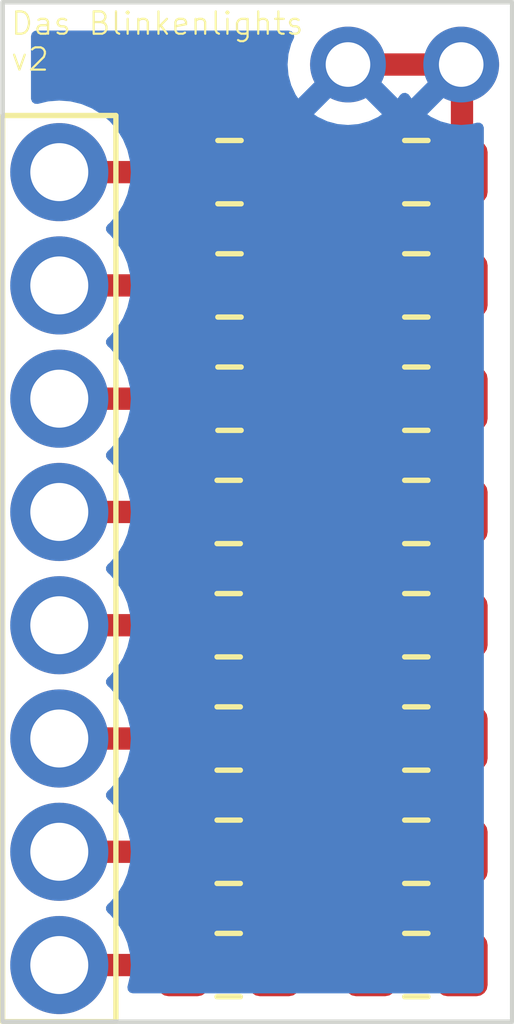
<source format=kicad_pcb>
(kicad_pcb (version 20221018) (generator pcbnew)
  (layers (0 "F.Cu" signal) (31 "B.Cu" signal) (34 "B.Paste" user) (35 "F.Paste" user) (36 "B.SilkS" user "B.Silkscreen") (37 "F.SilkS" user "F.Silkscreen") (38 "B.Mask" user) (39 "F.Mask" user) (44 "Edge.Cuts" user))
  (net 0 "")
  (net 1 "Net-(D1-K)")
  (net 2 "/P1")
  (net 3 "Net-(D2-K)")
  (net 4 "/P2")
  (net 5 "Net-(D3-K)")
  (net 6 "/P3")
  (net 7 "Net-(D4-K)")
  (net 8 "/P4")
  (net 9 "Net-(D5-K)")
  (net 10 "/P5")
  (net 11 "Net-(D6-K)")
  (net 12 "/P6")
  (net 13 "Net-(D7-K)")
  (net 14 "/P7")
  (net 15 "Net-(D8-K)")
  (net 16 "/P8")
  (net 17 "GND")
  (footprint "0_amslib2_kc5:0805_handsolder_noref" (layer "F.Cu") (at 133.359 101.6 180)
    (fp_text reference "D2" hide)
    (fp_text value "LED" hide)
    (fp_line (start -0.261252 -0.71) (end 0.261252 -0.71) (stroke (width 0.12)) (layer "F.SilkS"))
    (fp_line (start -0.261252 0.71) (end 0.261252 0.71) (stroke (width 0.12)) (layer "F.SilkS"))
    (pad "1" smd roundrect (at -1.025 0 180) (size 1.15 1.4) (layers "F.Cu" "F.Paste" "F.Mask") (roundrect_rratio 0.2173913043) (net 3 "Net-(D2-K)"))
    (pad "2" smd roundrect (at 1.025 0 180) (size 1.15 1.4) (layers "F.Cu" "F.Paste" "F.Mask") (roundrect_rratio 0.2173913043) (net 4 "/P2"))
  )
  (footprint "0_amslib2_kc5:0805_handsolder_noref" (layer "F.Cu") (at 137.55 111.76)
    (fp_text reference "R6" hide)
    (fp_text value "1k" hide)
    (fp_line (start -0.261252 -0.71) (end 0.261252 -0.71) (stroke (width 0.12)) (layer "F.SilkS"))
    (fp_line (start -0.261252 0.71) (end 0.261252 0.71) (stroke (width 0.12)) (layer "F.SilkS"))
    (pad "1" smd roundrect (at -1.025 0) (size 1.15 1.4) (layers "F.Cu" "F.Paste" "F.Mask") (roundrect_rratio 0.2173913043) (net 11 "Net-(D6-K)"))
    (pad "2" smd roundrect (at 1.025 0) (size 1.15 1.4) (layers "F.Cu" "F.Paste" "F.Mask") (roundrect_rratio 0.2173913043) (net 17 "GND"))
  )
  (footprint "0_amslib2_kc5:0805_handsolder_noref" (layer "F.Cu") (at 137.55 101.6)
    (fp_text reference "R2" hide)
    (fp_text value "1k" hide)
    (fp_line (start -0.261252 -0.71) (end 0.261252 -0.71) (stroke (width 0.12)) (layer "F.SilkS"))
    (fp_line (start -0.261252 0.71) (end 0.261252 0.71) (stroke (width 0.12)) (layer "F.SilkS"))
    (pad "1" smd roundrect (at -1.025 0) (size 1.15 1.4) (layers "F.Cu" "F.Paste" "F.Mask") (roundrect_rratio 0.2173913043) (net 3 "Net-(D2-K)"))
    (pad "2" smd roundrect (at 1.025 0) (size 1.15 1.4) (layers "F.Cu" "F.Paste" "F.Mask") (roundrect_rratio 0.2173913043) (net 17 "GND"))
  )
  (footprint "0_amslib2_kc5:0805_handsolder_noref" (layer "F.Cu") (at 133.341 114.3 180)
    (fp_text reference "D7" hide)
    (fp_text value "LED" hide)
    (fp_line (start -0.261252 -0.71) (end 0.261252 -0.71) (stroke (width 0.12)) (layer "F.SilkS"))
    (fp_line (start -0.261252 0.71) (end 0.261252 0.71) (stroke (width 0.12)) (layer "F.SilkS"))
    (pad "1" smd roundrect (at -1.025 0 180) (size 1.15 1.4) (layers "F.Cu" "F.Paste" "F.Mask") (roundrect_rratio 0.2173913043) (net 13 "Net-(D7-K)"))
    (pad "2" smd roundrect (at 1.025 0 180) (size 1.15 1.4) (layers "F.Cu" "F.Paste" "F.Mask") (roundrect_rratio 0.2173913043) (net 14 "/P7"))
  )
  (footprint "0_amslib2_kc5:0805_handsolder_noref" (layer "F.Cu") (at 133.359 99.06 180)
    (fp_text reference "D1" hide)
    (fp_text value "LED" hide)
    (fp_line (start -0.261252 -0.71) (end 0.261252 -0.71) (stroke (width 0.12)) (layer "F.SilkS"))
    (fp_line (start -0.261252 0.71) (end 0.261252 0.71) (stroke (width 0.12)) (layer "F.SilkS"))
    (pad "1" smd roundrect (at -1.025 0 180) (size 1.15 1.4) (layers "F.Cu" "F.Paste" "F.Mask") (roundrect_rratio 0.2173913043) (net 1 "Net-(D1-K)"))
    (pad "2" smd roundrect (at 1.025 0 180) (size 1.15 1.4) (layers "F.Cu" "F.Paste" "F.Mask") (roundrect_rratio 0.2173913043) (net 2 "/P1"))
  )
  (footprint "0_amslib2_kc5:0805_handsolder_noref" (layer "F.Cu") (at 137.55 116.84)
    (fp_text reference "R8" hide)
    (fp_text value "1k" hide)
    (fp_line (start -0.261252 -0.71) (end 0.261252 -0.71) (stroke (width 0.12)) (layer "F.SilkS"))
    (fp_line (start -0.261252 0.71) (end 0.261252 0.71) (stroke (width 0.12)) (layer "F.SilkS"))
    (pad "1" smd roundrect (at -1.025 0) (size 1.15 1.4) (layers "F.Cu" "F.Paste" "F.Mask") (roundrect_rratio 0.2173913043) (net 15 "Net-(D8-K)"))
    (pad "2" smd roundrect (at 1.025 0) (size 1.15 1.4) (layers "F.Cu" "F.Paste" "F.Mask") (roundrect_rratio 0.2173913043) (net 17 "GND"))
  )
  (footprint "0_amslib2_kc5:0805_handsolder_noref" (layer "F.Cu") (at 133.341 106.68 180)
    (fp_text reference "D4" hide)
    (fp_text value "LED" hide)
    (fp_line (start -0.261252 -0.71) (end 0.261252 -0.71) (stroke (width 0.12)) (layer "F.SilkS"))
    (fp_line (start -0.261252 0.71) (end 0.261252 0.71) (stroke (width 0.12)) (layer "F.SilkS"))
    (pad "1" smd roundrect (at -1.025 0 180) (size 1.15 1.4) (layers "F.Cu" "F.Paste" "F.Mask") (roundrect_rratio 0.2173913043) (net 7 "Net-(D4-K)"))
    (pad "2" smd roundrect (at 1.025 0 180) (size 1.15 1.4) (layers "F.Cu" "F.Paste" "F.Mask") (roundrect_rratio 0.2173913043) (net 8 "/P4"))
  )
  (footprint "0_amslib2_kc5:1x8_0.1in_Header" (layer "F.Cu") (at 129.54 109.22 -90)
    (fp_text reference "J1" hide)
    (fp_text value "1x8Header" hide)
    (fp_line (start -11.43 -1.27) (end 8.89 -1.27) (stroke (width 0.12)) (layer "F.SilkS"))
    (fp_line (start -11.43 1.27) (end -11.43 -1.27) (stroke (width 0.12)) (layer "F.SilkS"))
    (fp_line (start 8.89 -1.27) (end 8.89 1.27) (stroke (width 0.12)) (layer "F.SilkS"))
    (fp_line (start 8.89 1.27) (end -11.43 1.27) (stroke (width 0.12)) (layer "F.SilkS"))
    (pad "1" thru_hole circle (at -10.16 0 270) (size 2.2 2.2) (drill 1.3) (layers "*.Cu" "*.Mask") (net 2 "/P1"))
    (pad "2" thru_hole circle (at -7.62 0 270) (size 2.2 2.2) (drill 1.3) (layers "*.Cu" "*.Mask") (net 4 "/P2"))
    (pad "3" thru_hole circle (at -5.08 0 270) (size 2.2 2.2) (drill 1.3) (layers "*.Cu" "*.Mask") (net 6 "/P3"))
    (pad "4" thru_hole circle (at -2.54 0 270) (size 2.2 2.2) (drill 1.3) (layers "*.Cu" "*.Mask") (net 8 "/P4"))
    (pad "5" thru_hole circle (at 0 0 270) (size 2.2 2.2) (drill 1.3) (layers "*.Cu" "*.Mask") (net 10 "/P5"))
    (pad "6" thru_hole circle (at 2.54 0 270) (size 2.2 2.2) (drill 1.3) (layers "*.Cu" "*.Mask") (net 12 "/P6"))
    (pad "7" thru_hole circle (at 5.08 0 270) (size 2.2 2.2) (drill 1.3) (layers "*.Cu" "*.Mask") (net 14 "/P7"))
    (pad "8" thru_hole circle (at 7.62 0 270) (size 2.2 2.2) (drill 1.3) (layers "*.Cu" "*.Mask") (net 16 "/P8"))
  )
  (footprint "0_amslib2_kc5:0805_handsolder_noref" (layer "F.Cu") (at 137.55 106.68)
    (fp_text reference "R4" hide)
    (fp_text value "1k" hide)
    (fp_line (start -0.261252 -0.71) (end 0.261252 -0.71) (stroke (width 0.12)) (layer "F.SilkS"))
    (fp_line (start -0.261252 0.71) (end 0.261252 0.71) (stroke (width 0.12)) (layer "F.SilkS"))
    (pad "1" smd roundrect (at -1.025 0) (size 1.15 1.4) (layers "F.Cu" "F.Paste" "F.Mask") (roundrect_rratio 0.2173913043) (net 7 "Net-(D4-K)"))
    (pad "2" smd roundrect (at 1.025 0) (size 1.15 1.4) (layers "F.Cu" "F.Paste" "F.Mask") (roundrect_rratio 0.2173913043) (net 17 "GND"))
  )
  (footprint "0_amslib2_kc5:1x2Jumper" (layer "F.Cu") (at 136.017 96.647)
    (fp_text reference "J2" hide)
    (fp_text value "1x2Jumper" hide)
    (pad "1" thru_hole circle (at 0 0) (size 1.7 1.7) (drill 1) (layers "*.Cu" "*.Mask") (net 17 "GND"))
    (pad "2" thru_hole circle (at 2.54 0) (size 1.7 1.7) (drill 1) (layers "*.Cu" "*.Mask") (net 17 "GND"))
  )
  (footprint "0_amslib2_kc5:0805_handsolder_noref" (layer "F.Cu") (at 137.55 114.3)
    (fp_text reference "R7" hide)
    (fp_text value "1k" hide)
    (fp_line (start -0.261252 -0.71) (end 0.261252 -0.71) (stroke (width 0.12)) (layer "F.SilkS"))
    (fp_line (start -0.261252 0.71) (end 0.261252 0.71) (stroke (width 0.12)) (layer "F.SilkS"))
    (pad "1" smd roundrect (at -1.025 0) (size 1.15 1.4) (layers "F.Cu" "F.Paste" "F.Mask") (roundrect_rratio 0.2173913043) (net 13 "Net-(D7-K)"))
    (pad "2" smd roundrect (at 1.025 0) (size 1.15 1.4) (layers "F.Cu" "F.Paste" "F.Mask") (roundrect_rratio 0.2173913043) (net 17 "GND"))
  )
  (footprint "0_amslib2_kc5:0805_handsolder_noref" (layer "F.Cu") (at 133.341 109.22 180)
    (fp_text reference "D5" hide)
    (fp_text value "LED" hide)
    (fp_line (start -0.261252 -0.71) (end 0.261252 -0.71) (stroke (width 0.12)) (layer "F.SilkS"))
    (fp_line (start -0.261252 0.71) (end 0.261252 0.71) (stroke (width 0.12)) (layer "F.SilkS"))
    (pad "1" smd roundrect (at -1.025 0 180) (size 1.15 1.4) (layers "F.Cu" "F.Paste" "F.Mask") (roundrect_rratio 0.2173913043) (net 9 "Net-(D5-K)"))
    (pad "2" smd roundrect (at 1.025 0 180) (size 1.15 1.4) (layers "F.Cu" "F.Paste" "F.Mask") (roundrect_rratio 0.2173913043) (net 10 "/P5"))
  )
  (footprint "0_amslib2_kc5:0805_handsolder_noref" (layer "F.Cu") (at 133.341 116.84 180)
    (fp_text reference "D8" hide)
    (fp_text value "LED" hide)
    (fp_line (start -0.261252 -0.71) (end 0.261252 -0.71) (stroke (width 0.12)) (layer "F.SilkS"))
    (fp_line (start -0.261252 0.71) (end 0.261252 0.71) (stroke (width 0.12)) (layer "F.SilkS"))
    (pad "1" smd roundrect (at -1.025 0 180) (size 1.15 1.4) (layers "F.Cu" "F.Paste" "F.Mask") (roundrect_rratio 0.2173913043) (net 15 "Net-(D8-K)"))
    (pad "2" smd roundrect (at 1.025 0 180) (size 1.15 1.4) (layers "F.Cu" "F.Paste" "F.Mask") (roundrect_rratio 0.2173913043) (net 16 "/P8"))
  )
  (footprint "0_amslib2_kc5:0805_handsolder_noref" (layer "F.Cu") (at 137.55 104.14)
    (fp_text reference "R3" hide)
    (fp_text value "1k" hide)
    (fp_line (start -0.261252 -0.71) (end 0.261252 -0.71) (stroke (width 0.12)) (layer "F.SilkS"))
    (fp_line (start -0.261252 0.71) (end 0.261252 0.71) (stroke (width 0.12)) (layer "F.SilkS"))
    (pad "1" smd roundrect (at -1.025 0) (size 1.15 1.4) (layers "F.Cu" "F.Paste" "F.Mask") (roundrect_rratio 0.2173913043) (net 5 "Net-(D3-K)"))
    (pad "2" smd roundrect (at 1.025 0) (size 1.15 1.4) (layers "F.Cu" "F.Paste" "F.Mask") (roundrect_rratio 0.2173913043) (net 17 "GND"))
  )
  (footprint "0_amslib2_kc5:0805_handsolder_noref" (layer "F.Cu") (at 133.341 111.76 180)
    (fp_text reference "D6" hide)
    (fp_text value "LED" hide)
    (fp_line (start -0.261252 -0.71) (end 0.261252 -0.71) (stroke (width 0.12)) (layer "F.SilkS"))
    (fp_line (start -0.261252 0.71) (end 0.261252 0.71) (stroke (width 0.12)) (layer "F.SilkS"))
    (pad "1" smd roundrect (at -1.025 0 180) (size 1.15 1.4) (layers "F.Cu" "F.Paste" "F.Mask") (roundrect_rratio 0.2173913043) (net 11 "Net-(D6-K)"))
    (pad "2" smd roundrect (at 1.025 0 180) (size 1.15 1.4) (layers "F.Cu" "F.Paste" "F.Mask") (roundrect_rratio 0.2173913043) (net 12 "/P6"))
  )
  (footprint "0_amslib2_kc5:0805_handsolder_noref" (layer "F.Cu") (at 137.55 99.06)
    (fp_text reference "R1" hide)
    (fp_text value "1k" hide)
    (fp_line (start -0.261252 -0.71) (end 0.261252 -0.71) (stroke (width 0.12)) (layer "F.SilkS"))
    (fp_line (start -0.261252 0.71) (end 0.261252 0.71) (stroke (width 0.12)) (layer "F.SilkS"))
    (pad "1" smd roundrect (at -1.025 0) (size 1.15 1.4) (layers "F.Cu" "F.Paste" "F.Mask") (roundrect_rratio 0.2173913043) (net 1 "Net-(D1-K)"))
    (pad "2" smd roundrect (at 1.025 0) (size 1.15 1.4) (layers "F.Cu" "F.Paste" "F.Mask") (roundrect_rratio 0.2173913043) (net 17 "GND"))
  )
  (footprint "0_amslib2_kc5:0805_handsolder_noref" (layer "F.Cu") (at 133.359 104.14 180)
    (fp_text reference "D3" hide)
    (fp_text value "LED" hide)
    (fp_line (start -0.261252 -0.71) (end 0.261252 -0.71) (stroke (width 0.12)) (layer "F.SilkS"))
    (fp_line (start -0.261252 0.71) (end 0.261252 0.71) (stroke (width 0.12)) (layer "F.SilkS"))
    (pad "1" smd roundrect (at -1.025 0 180) (size 1.15 1.4) (layers "F.Cu" "F.Paste" "F.Mask") (roundrect_rratio 0.2173913043) (net 5 "Net-(D3-K)"))
    (pad "2" smd roundrect (at 1.025 0 180) (size 1.15 1.4) (layers "F.Cu" "F.Paste" "F.Mask") (roundrect_rratio 0.2173913043) (net 6 "/P3"))
  )
  (footprint "0_amslib2_kc5:0805_handsolder_noref" (layer "F.Cu") (at 137.55 109.22)
    (fp_text reference "R5" hide)
    (fp_text value "1k" hide)
    (fp_line (start -0.261252 -0.71) (end 0.261252 -0.71) (stroke (width 0.12)) (layer "F.SilkS"))
    (fp_line (start -0.261252 0.71) (end 0.261252 0.71) (stroke (width 0.12)) (layer "F.SilkS"))
    (pad "1" smd roundrect (at -1.025 0) (size 1.15 1.4) (layers "F.Cu" "F.Paste" "F.Mask") (roundrect_rratio 0.2173913043) (net 9 "Net-(D5-K)"))
    (pad "2" smd roundrect (at 1.025 0) (size 1.15 1.4) (layers "F.Cu" "F.Paste" "F.Mask") (roundrect_rratio 0.2173913043) (net 17 "GND"))
  )
  (gr_line (start 128.27 95.25) (end 139.7 95.25) (stroke (width 0.1)) (layer "Edge.Cuts"))
  (gr_line (start 128.27 118.11) (end 128.27 95.25) (stroke (width 0.1)) (layer "Edge.Cuts"))
  (gr_line (start 139.7 95.25) (end 139.7 118.11) (stroke (width 0.1)) (layer "Edge.Cuts"))
  (gr_line (start 139.7 118.11) (end 128.27 118.11) (stroke (width 0.1)) (layer "Edge.Cuts"))
  (gr_text "Das Blinkenlights\nv2" (at 128.4224 96.8248) (layer "F.SilkS") (effects (font (size 0.5 0.5) (thickness 0.05)) (justify left bottom)))
  (segment (start 134.384 99.06) (end 136.525 99.06) (width 0.5) (layer "F.Cu") (net 1))
  (segment (start 129.54 99.06) (end 132.334 99.06) (width 0.5) (layer "F.Cu") (net 2))
  (segment (start 134.384 101.6) (end 136.525 101.6) (width 0.5) (layer "F.Cu") (net 3))
  (segment (start 129.54 101.6) (end 132.334 101.6) (width 0.5) (layer "F.Cu") (net 4))
  (segment (start 134.384 104.14) (end 136.525 104.14) (width 0.5) (layer "F.Cu") (net 5))
  (segment (start 129.54 104.14) (end 132.334 104.14) (width 0.5) (layer "F.Cu") (net 6))
  (segment (start 134.366 106.68) (end 136.525 106.68) (width 0.5) (layer "F.Cu") (net 7))
  (segment (start 129.54 106.68) (end 132.316 106.68) (width 0.5) (layer "F.Cu") (net 8))
  (segment (start 134.366 109.22) (end 136.525 109.22) (width 0.5) (layer "F.Cu") (net 9))
  (segment (start 129.54 109.22) (end 132.316 109.22) (width 0.5) (layer "F.Cu") (net 10))
  (segment (start 134.366 111.76) (end 136.525 111.76) (width 0.5) (layer "F.Cu") (net 11))
  (segment (start 129.54 111.76) (end 132.316 111.76) (width 0.5) (layer "F.Cu") (net 12))
  (segment (start 134.366 114.3) (end 136.525 114.3) (width 0.5) (layer "F.Cu") (net 13))
  (segment (start 129.54 114.3) (end 132.316 114.3) (width 0.5) (layer "F.Cu") (net 14))
  (segment (start 134.366 116.84) (end 136.525 116.84) (width 0.5) (layer "F.Cu") (net 15))
  (segment (start 129.54 116.84) (end 132.316 116.84) (width 0.5) (layer "F.Cu") (net 16))
  (segment (start 138.575 111.76) (end 138.575 109.22) (width 0.5) (layer "F.Cu") (net 17))
  (segment (start 138.575 99.06) (end 138.575 96.665) (width 0.5) (layer "F.Cu") (net 17))
  (segment (start 138.557 96.647) (end 136.017 96.647) (width 0.5) (layer "F.Cu") (net 17))
  (segment (start 138.575 116.84) (end 138.575 114.3) (width 0.5) (layer "F.Cu") (net 17))
  (segment (start 138.575 104.14) (end 138.575 101.6) (width 0.5) (layer "F.Cu") (net 17))
  (segment (start 138.575 101.6) (end 138.575 99.06) (width 0.5) (layer "F.Cu") (net 17))
  (segment (start 138.575 114.3) (end 138.575 111.76) (width 0.5) (layer "F.Cu") (net 17))
  (segment (start 138.575 106.68) (end 138.575 104.14) (width 0.5) (layer "F.Cu") (net 17))
  (segment (start 138.575 109.22) (end 138.575 106.68) (width 0.5) (layer "F.Cu") (net 17))
  (segment (start 138.575 96.665) (end 138.557 96.647) (width 0.5) (layer "F.Cu") (net 17))
  (zone (net 17) (net_name "GND") (layer "B.Cu") (connect_pads (clearance 0.5)) (min_thickness 0.25) (fill yes (thermal_gap 0.5) (thermal_bridge_width 0.5))
    (polygon (pts (xy 128.905 95.885) (xy 139.065 95.885) (xy 139.065 117.475) (xy 128.905 117.475)))
  )
)
</source>
